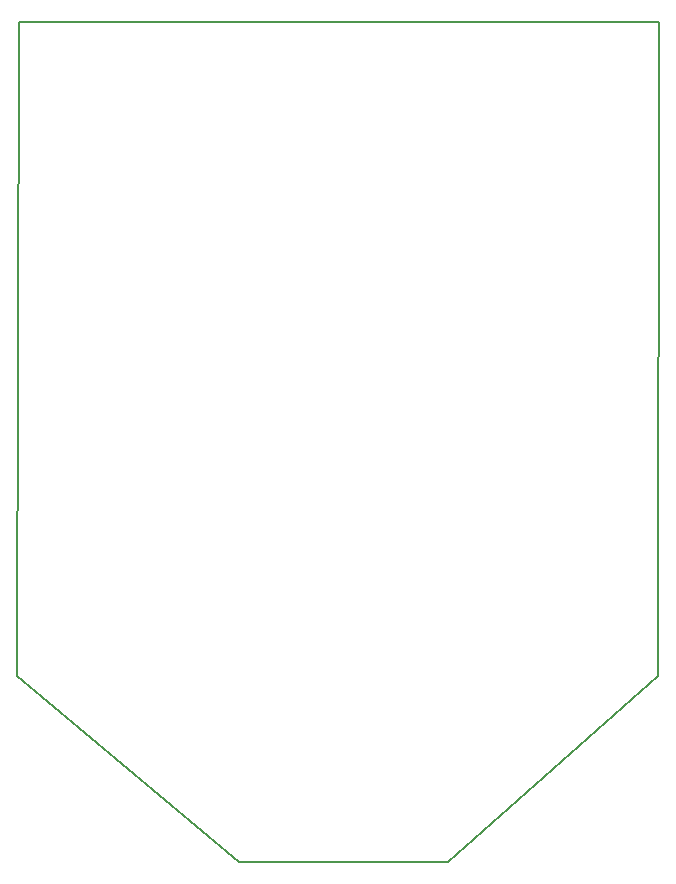
<source format=gbr>
G04 #@! TF.FileFunction,Profile,NP*
%FSLAX46Y46*%
G04 Gerber Fmt 4.6, Leading zero omitted, Abs format (unit mm)*
G04 Created by KiCad (PCBNEW 4.0.5) date 05/24/17 22:27:59*
%MOMM*%
%LPD*%
G01*
G04 APERTURE LIST*
%ADD10C,0.100000*%
%ADD11C,0.150000*%
G04 APERTURE END LIST*
D10*
D11*
X121178320Y-127299720D02*
X121315480Y-71917560D01*
X157667960Y-143078200D02*
X139948920Y-143083280D01*
X175554640Y-73847960D02*
X175468280Y-127274320D01*
X121198640Y-127314960D02*
X139943840Y-143083280D01*
X157673040Y-143062960D02*
X175468280Y-127289560D01*
X175549560Y-71922640D02*
X175539400Y-73934320D01*
X175417480Y-71917560D02*
X175549560Y-71922640D01*
X121315480Y-71917560D02*
X175417480Y-71917560D01*
M02*

</source>
